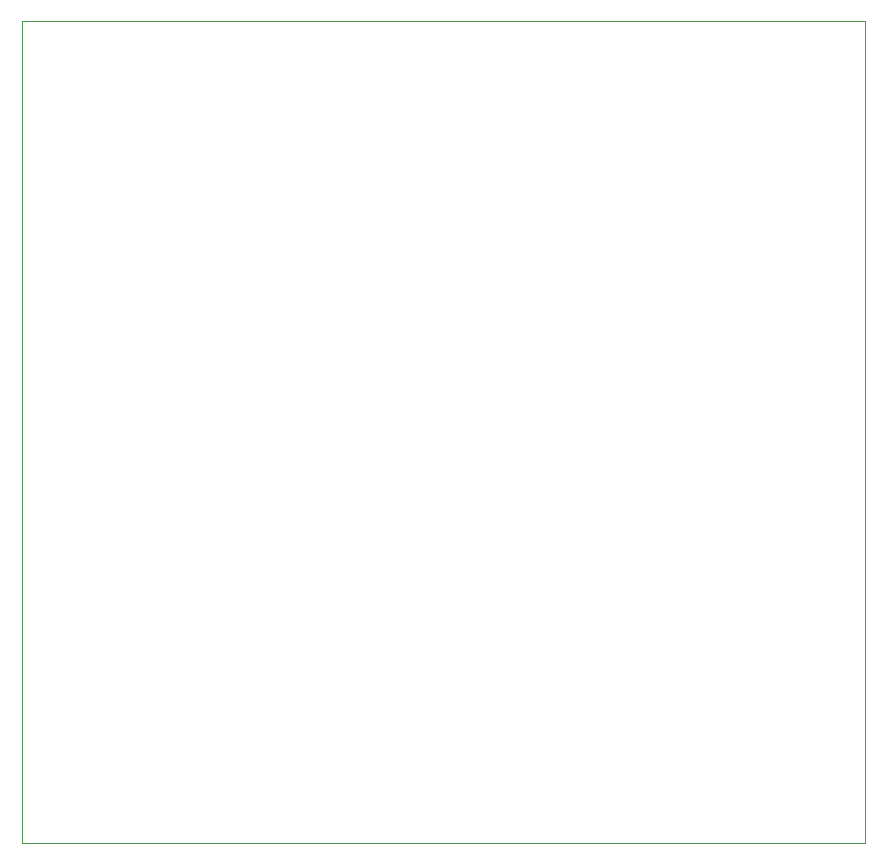
<source format=gm1>
G04 #@! TF.GenerationSoftware,KiCad,Pcbnew,(6.0.10-0)*
G04 #@! TF.CreationDate,2023-03-07T16:22:59-06:00*
G04 #@! TF.ProjectId,v0.0,76302e30-2e6b-4696-9361-645f70636258,rev?*
G04 #@! TF.SameCoordinates,Original*
G04 #@! TF.FileFunction,Profile,NP*
%FSLAX46Y46*%
G04 Gerber Fmt 4.6, Leading zero omitted, Abs format (unit mm)*
G04 Created by KiCad (PCBNEW (6.0.10-0)) date 2023-03-07 16:22:59*
%MOMM*%
%LPD*%
G01*
G04 APERTURE LIST*
G04 #@! TA.AperFunction,Profile*
%ADD10C,0.100000*%
G04 #@! TD*
G04 APERTURE END LIST*
D10*
X184150000Y-50546000D02*
X112776000Y-50546000D01*
X112776000Y-50546000D02*
X112776000Y-120142000D01*
X112776000Y-120142000D02*
X184150000Y-120142000D01*
X184150000Y-120142000D02*
X184150000Y-50546000D01*
M02*

</source>
